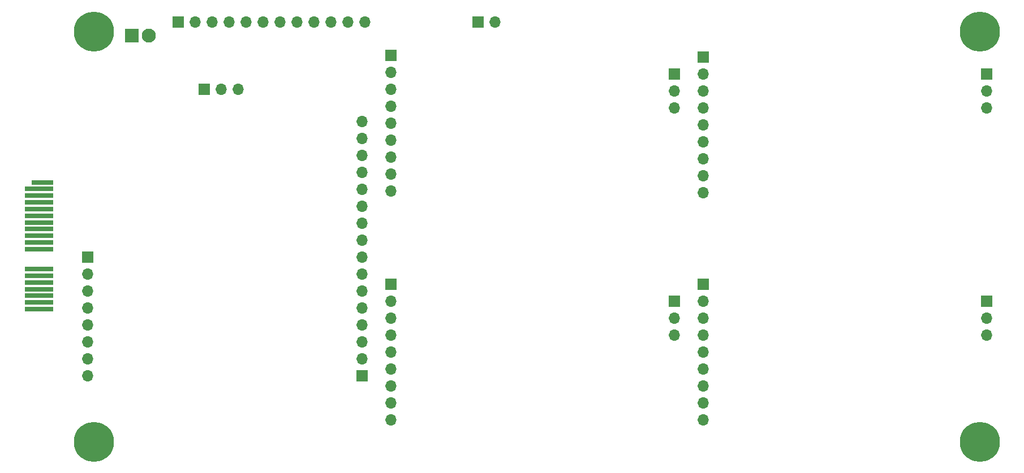
<source format=gbr>
%TF.GenerationSoftware,KiCad,Pcbnew,(6.0.0-0)*%
%TF.CreationDate,2022-05-04T11:48:17-04:00*%
%TF.ProjectId,ADC-Backplane,4144432d-4261-4636-9b70-6c616e652e6b,rev?*%
%TF.SameCoordinates,Original*%
%TF.FileFunction,Soldermask,Bot*%
%TF.FilePolarity,Negative*%
%FSLAX46Y46*%
G04 Gerber Fmt 4.6, Leading zero omitted, Abs format (unit mm)*
G04 Created by KiCad (PCBNEW (6.0.0-0)) date 2022-05-04 11:48:17*
%MOMM*%
%LPD*%
G01*
G04 APERTURE LIST*
%ADD10R,1.700000X1.700000*%
%ADD11O,1.700000X1.700000*%
%ADD12R,4.300000X0.700000*%
%ADD13R,3.200000X0.700000*%
%ADD14C,0.800000*%
%ADD15C,6.000000*%
%ADD16R,2.100000X2.100000*%
%ADD17C,2.100000*%
G04 APERTURE END LIST*
D10*
%TO.C,J13*%
X86190000Y-100584000D03*
D11*
X86190000Y-103124000D03*
X86190000Y-105664000D03*
X86190000Y-108204000D03*
X86190000Y-110744000D03*
X86190000Y-113284000D03*
X86190000Y-115824000D03*
X86190000Y-118364000D03*
%TD*%
D12*
%TO.C,J15*%
X78870000Y-103408000D03*
X78870000Y-102408000D03*
X78870000Y-108408000D03*
X78870000Y-107408000D03*
X78870000Y-106408000D03*
X78870000Y-105408000D03*
X78870000Y-104408000D03*
X78870000Y-99408000D03*
X78870000Y-98408000D03*
X78870000Y-97408000D03*
X78870000Y-96408000D03*
X78870000Y-95408000D03*
X78870000Y-94408000D03*
X78870000Y-93408000D03*
X78870000Y-92408000D03*
X78870000Y-91408000D03*
X78870000Y-90408000D03*
D13*
X79420000Y-89408000D03*
%TD*%
D10*
%TO.C,J8*%
X173990000Y-107188000D03*
D11*
X173990000Y-109728000D03*
X173990000Y-112268000D03*
%TD*%
D10*
%TO.C,J2*%
X131597000Y-70368000D03*
D11*
X131597000Y-72908000D03*
X131597000Y-75448000D03*
X131597000Y-77988000D03*
X131597000Y-80528000D03*
X131597000Y-83068000D03*
X131597000Y-85608000D03*
X131597000Y-88148000D03*
X131597000Y-90688000D03*
%TD*%
D10*
%TO.C,J5*%
X99765000Y-65395000D03*
D11*
X102305000Y-65395000D03*
X104845000Y-65395000D03*
X107385000Y-65395000D03*
X109925000Y-65395000D03*
X112465000Y-65395000D03*
X115005000Y-65395000D03*
X117545000Y-65395000D03*
X120085000Y-65395000D03*
X122625000Y-65395000D03*
X125165000Y-65395000D03*
X127705000Y-65395000D03*
%TD*%
D10*
%TO.C,J3*%
X174015000Y-73167000D03*
D11*
X174015000Y-75707000D03*
X174015000Y-78247000D03*
%TD*%
D14*
%TO.C,REF\u002A\u002A*%
X88712990Y-129860990D03*
X88712990Y-126679010D03*
D15*
X87122000Y-128270000D03*
D14*
X87122000Y-130520000D03*
X87122000Y-126020000D03*
X89372000Y-128270000D03*
X84872000Y-128270000D03*
X85531010Y-126679010D03*
X85531010Y-129860990D03*
%TD*%
%TO.C,REF\u002A\u002A*%
X219710000Y-64552000D03*
X221960000Y-66802000D03*
X218119010Y-65211010D03*
X221300990Y-68392990D03*
X217460000Y-66802000D03*
D15*
X219710000Y-66802000D03*
D14*
X221300990Y-65211010D03*
X218119010Y-68392990D03*
X219710000Y-69052000D03*
%TD*%
D10*
%TO.C,J1*%
X144610000Y-65390000D03*
D11*
X147150000Y-65390000D03*
%TD*%
D10*
%TO.C,J9*%
X178308000Y-104648000D03*
D11*
X178308000Y-107188000D03*
X178308000Y-109728000D03*
X178308000Y-112268000D03*
X178308000Y-114808000D03*
X178308000Y-117348000D03*
X178308000Y-119888000D03*
X178308000Y-122428000D03*
X178308000Y-124968000D03*
%TD*%
D10*
%TO.C,J6*%
X220751000Y-73167000D03*
D11*
X220751000Y-75707000D03*
X220751000Y-78247000D03*
%TD*%
D14*
%TO.C,REF\u002A\u002A*%
X84872000Y-66802000D03*
D15*
X87122000Y-66802000D03*
D14*
X89372000Y-66802000D03*
X85531010Y-65211010D03*
X85531010Y-68392990D03*
X87122000Y-69052000D03*
X87122000Y-64552000D03*
X88712990Y-65211010D03*
X88712990Y-68392990D03*
%TD*%
%TO.C,REF\u002A\u002A*%
X219710000Y-130520000D03*
D15*
X219710000Y-128270000D03*
D14*
X221300990Y-129860990D03*
X217460000Y-128270000D03*
X218119010Y-126679010D03*
X218119010Y-129860990D03*
X221960000Y-128270000D03*
X221300990Y-126679010D03*
X219710000Y-126020000D03*
%TD*%
D10*
%TO.C,J12*%
X127254000Y-118364000D03*
D11*
X127254000Y-115824000D03*
X127254000Y-113284000D03*
X127254000Y-110744000D03*
X127254000Y-108204000D03*
X127254000Y-105664000D03*
X127254000Y-103124000D03*
X127254000Y-100584000D03*
X127254000Y-98044000D03*
X127254000Y-95504000D03*
X127254000Y-92964000D03*
X127254000Y-90424000D03*
X127254000Y-87884000D03*
X127254000Y-85344000D03*
X127254000Y-82804000D03*
X127254000Y-80264000D03*
%TD*%
D16*
%TO.C,J14*%
X92820000Y-67424000D03*
D17*
X95360000Y-67424000D03*
%TD*%
D10*
%TO.C,J7*%
X131572000Y-104648000D03*
D11*
X131572000Y-107188000D03*
X131572000Y-109728000D03*
X131572000Y-112268000D03*
X131572000Y-114808000D03*
X131572000Y-117348000D03*
X131572000Y-119888000D03*
X131572000Y-122428000D03*
X131572000Y-124968000D03*
%TD*%
D10*
%TO.C,J10*%
X220751000Y-107188000D03*
D11*
X220751000Y-109728000D03*
X220751000Y-112268000D03*
%TD*%
D10*
%TO.C,J4*%
X178308000Y-70612000D03*
D11*
X178308000Y-73152000D03*
X178308000Y-75692000D03*
X178308000Y-78232000D03*
X178308000Y-80772000D03*
X178308000Y-83312000D03*
X178308000Y-85852000D03*
X178308000Y-88392000D03*
X178308000Y-90932000D03*
%TD*%
D10*
%TO.C,J11*%
X103632000Y-75438000D03*
D11*
X106172000Y-75438000D03*
X108712000Y-75438000D03*
%TD*%
M02*

</source>
